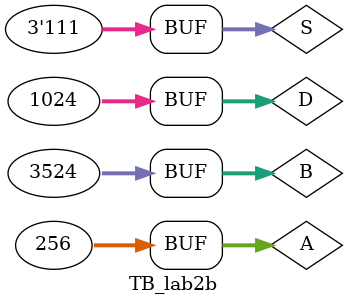
<source format=v>
module TB_lab2b();
parameter N = 32;
reg [N-1:0]A,B,D;
reg [2:0]S;
wire [N-1:0]y;
lab2b #(.N(N)) DUT (.num1(A),.num2(B),.num3(D),.sel(S),.out(y));

initial 
begin

A = 32'd256; B = 32'd3524; D=32'd1024;

S = 3'b000; 
#10 S = 3'b001; 
#10 S = 3'b010; 
#10 S = 3'b011; 
#10 S = 3'b100; 
#10 S = 3'b101; 
#10 S = 3'b110;
#10 S = 3'b111; 

 

end 

endmodule
</source>
